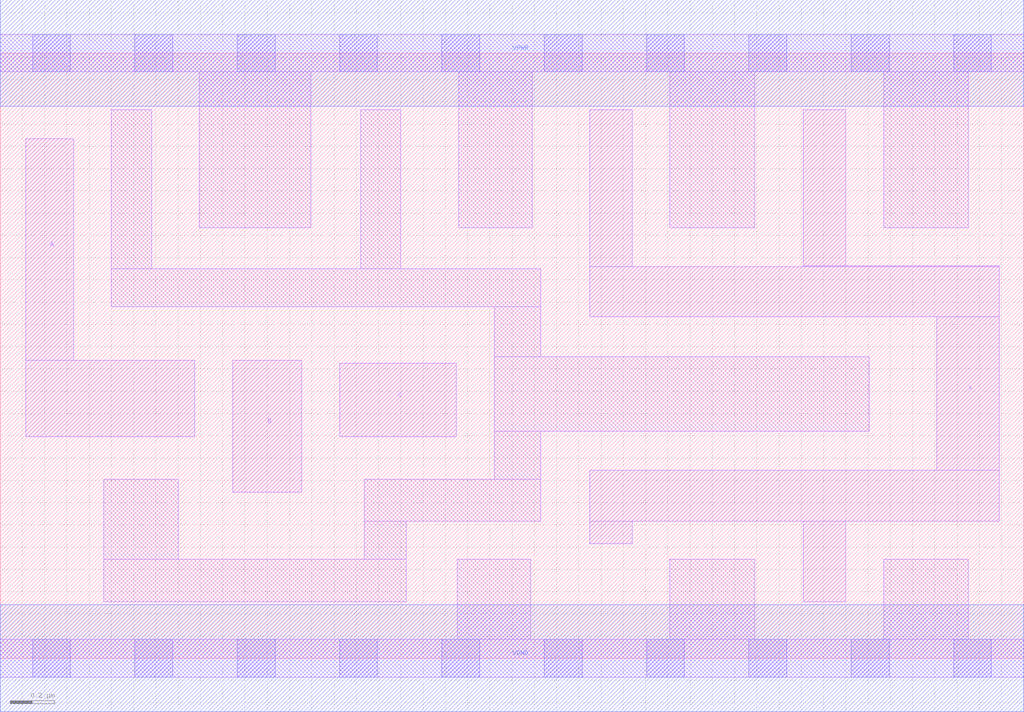
<source format=lef>
# Copyright 2020 The SkyWater PDK Authors
#
# Licensed under the Apache License, Version 2.0 (the "License");
# you may not use this file except in compliance with the License.
# You may obtain a copy of the License at
#
#     https://www.apache.org/licenses/LICENSE-2.0
#
# Unless required by applicable law or agreed to in writing, software
# distributed under the License is distributed on an "AS IS" BASIS,
# WITHOUT WARRANTIES OR CONDITIONS OF ANY KIND, either express or implied.
# See the License for the specific language governing permissions and
# limitations under the License.
#
# SPDX-License-Identifier: Apache-2.0

VERSION 5.7 ;
BUSBITCHARS "[]" ;
DIVIDERCHAR "/" ;
PROPERTYDEFINITIONS
  MACRO maskLayoutSubType STRING ;
  MACRO prCellType STRING ;
  MACRO originalViewName STRING ;
END PROPERTYDEFINITIONS
MACRO sky130_fd_sc_hdll__and3_4
  ORIGIN  0.000000  0.000000 ;
  CLASS CORE ;
  SYMMETRY X Y R90 ;
  SIZE  4.600000 BY  2.720000 ;
  SITE unithd ;
  PIN A
    ANTENNAGATEAREA  0.277500 ;
    DIRECTION INPUT ;
    USE SIGNAL ;
    PORT
      LAYER li1 ;
        RECT 0.115000 0.995000 0.875000 1.340000 ;
        RECT 0.115000 1.340000 0.330000 2.335000 ;
    END
  END A
  PIN B
    ANTENNAGATEAREA  0.277500 ;
    DIRECTION INPUT ;
    USE SIGNAL ;
    PORT
      LAYER li1 ;
        RECT 1.045000 0.745000 1.355000 1.340000 ;
    END
  END B
  PIN C
    ANTENNAGATEAREA  0.277500 ;
    DIRECTION INPUT ;
    USE SIGNAL ;
    PORT
      LAYER li1 ;
        RECT 1.525000 0.995000 2.050000 1.325000 ;
    END
  END C
  PIN X
    ANTENNADIFFAREA  1.061500 ;
    DIRECTION OUTPUT ;
    USE SIGNAL ;
    PORT
      LAYER li1 ;
        RECT 2.650000 0.515000 2.840000 0.615000 ;
        RECT 2.650000 0.615000 4.490000 0.845000 ;
        RECT 2.650000 1.535000 4.490000 1.760000 ;
        RECT 2.650000 1.760000 2.840000 2.465000 ;
        RECT 3.610000 0.255000 3.800000 0.615000 ;
        RECT 3.610000 1.760000 4.490000 1.765000 ;
        RECT 3.610000 1.765000 3.800000 2.465000 ;
        RECT 4.210000 0.845000 4.490000 1.535000 ;
    END
  END X
  PIN VGND
    DIRECTION INOUT ;
    USE GROUND ;
    PORT
      LAYER met1 ;
        RECT 0.000000 -0.240000 4.600000 0.240000 ;
    END
  END VGND
  PIN VPWR
    DIRECTION INOUT ;
    USE POWER ;
    PORT
      LAYER met1 ;
        RECT 0.000000 2.480000 4.600000 2.960000 ;
    END
  END VPWR
  OBS
    LAYER li1 ;
      RECT 0.000000 -0.085000 4.600000 0.085000 ;
      RECT 0.000000  2.635000 4.600000 2.805000 ;
      RECT 0.465000  0.255000 1.825000 0.445000 ;
      RECT 0.465000  0.445000 0.800000 0.805000 ;
      RECT 0.500000  1.580000 2.430000 1.750000 ;
      RECT 0.500000  1.750000 0.680000 2.465000 ;
      RECT 0.895000  1.935000 1.395000 2.635000 ;
      RECT 1.620000  1.750000 1.800000 2.465000 ;
      RECT 1.635000  0.445000 1.825000 0.615000 ;
      RECT 1.635000  0.615000 2.430000 0.805000 ;
      RECT 2.055000  0.085000 2.385000 0.445000 ;
      RECT 2.060000  1.935000 2.390000 2.635000 ;
      RECT 2.220000  0.805000 2.430000 1.020000 ;
      RECT 2.220000  1.020000 3.905000 1.355000 ;
      RECT 2.220000  1.355000 2.430000 1.580000 ;
      RECT 3.010000  0.085000 3.390000 0.445000 ;
      RECT 3.010000  1.935000 3.390000 2.635000 ;
      RECT 3.970000  0.085000 4.350000 0.445000 ;
      RECT 3.970000  1.935000 4.350000 2.635000 ;
    LAYER mcon ;
      RECT 0.145000 -0.085000 0.315000 0.085000 ;
      RECT 0.145000  2.635000 0.315000 2.805000 ;
      RECT 0.605000 -0.085000 0.775000 0.085000 ;
      RECT 0.605000  2.635000 0.775000 2.805000 ;
      RECT 1.065000 -0.085000 1.235000 0.085000 ;
      RECT 1.065000  2.635000 1.235000 2.805000 ;
      RECT 1.525000 -0.085000 1.695000 0.085000 ;
      RECT 1.525000  2.635000 1.695000 2.805000 ;
      RECT 1.985000 -0.085000 2.155000 0.085000 ;
      RECT 1.985000  2.635000 2.155000 2.805000 ;
      RECT 2.445000 -0.085000 2.615000 0.085000 ;
      RECT 2.445000  2.635000 2.615000 2.805000 ;
      RECT 2.905000 -0.085000 3.075000 0.085000 ;
      RECT 2.905000  2.635000 3.075000 2.805000 ;
      RECT 3.365000 -0.085000 3.535000 0.085000 ;
      RECT 3.365000  2.635000 3.535000 2.805000 ;
      RECT 3.825000 -0.085000 3.995000 0.085000 ;
      RECT 3.825000  2.635000 3.995000 2.805000 ;
      RECT 4.285000 -0.085000 4.455000 0.085000 ;
      RECT 4.285000  2.635000 4.455000 2.805000 ;
  END
  PROPERTY maskLayoutSubType "abstract" ;
  PROPERTY prCellType "standard" ;
  PROPERTY originalViewName "layout" ;
END sky130_fd_sc_hdll__and3_4
END LIBRARY

</source>
